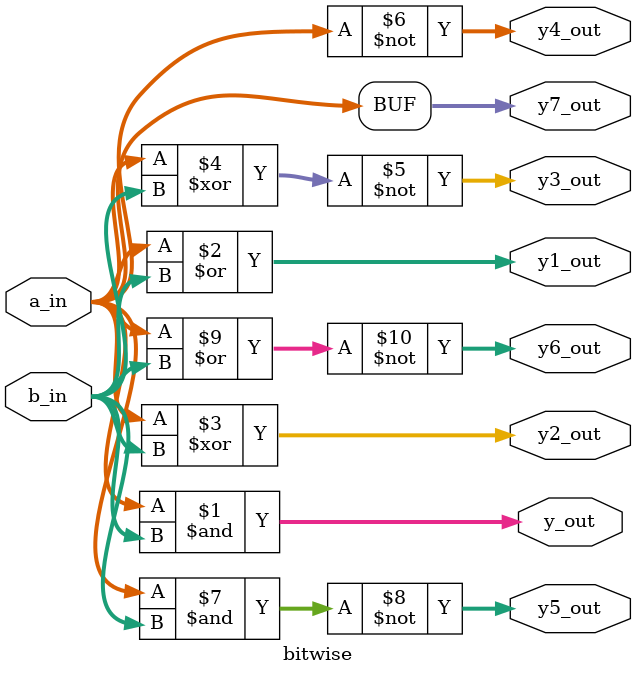
<source format=v>
`timescale 1ns / 1ps

//rtl design of bit wise operator

module bitwise(

input [7:0] a_in,
input [7:0] b_in,
output [7:0] y_out,
output [7:0] y1_out,
output [7:0] y2_out,
output [7:0] y3_out,
output [7:0] y4_out,
output [7:0] y5_out,
output [7:0] y6_out,
output [7:0] y7_out

    );
    
assign y_out = a_in & b_in;
assign y1_out = a_in | b_in;
assign y2_out = a_in ^ b_in;
assign y3_out = ~(a_in ^ b_in);
assign y4_out = ~a_in ;
assign y5_out = ~(a_in & b_in);
assign y6_out = ~(a_in | b_in);
assign y7_out = a_in;

endmodule

</source>
